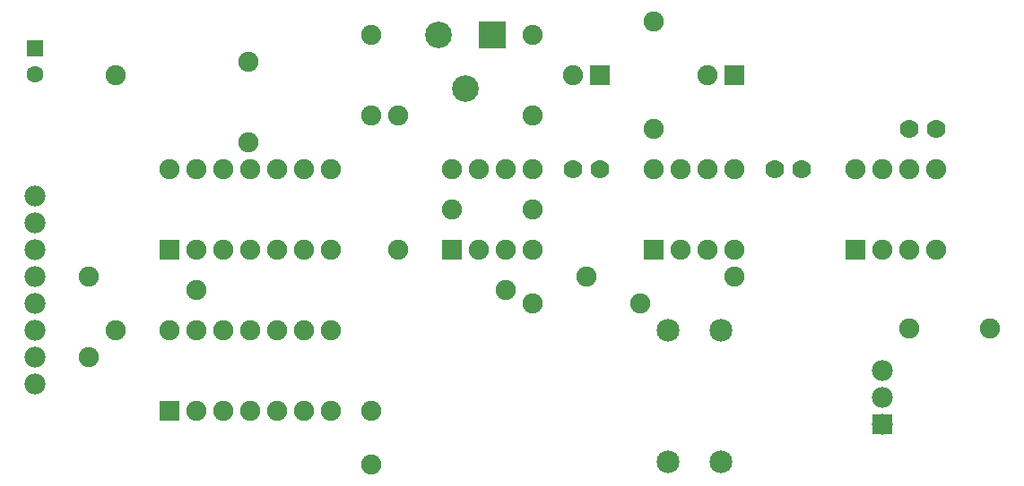
<source format=gtl>
G04 MADE WITH FRITZING*
G04 WWW.FRITZING.ORG*
G04 DOUBLE SIDED*
G04 HOLES PLATED*
G04 CONTOUR ON CENTER OF CONTOUR VECTOR*
%ASAXBY*%
%FSLAX23Y23*%
%MOIN*%
%OFA0B0*%
%SFA1.0B1.0*%
%ADD10C,0.099000*%
%ADD11C,0.075000*%
%ADD12C,0.062992*%
%ADD13C,0.085000*%
%ADD14C,0.078000*%
%ADD15C,0.070000*%
%ADD16R,0.099000X0.099000*%
%ADD17R,0.075000X0.075000*%
%ADD18R,0.062992X0.062992*%
%ADD19R,0.078000X0.078000*%
%LNCOPPER1*%
G90*
G70*
G54D10*
X2091Y2105D03*
X2291Y2105D03*
X2191Y1905D03*
G54D11*
X1091Y705D03*
X1091Y1005D03*
X1191Y705D03*
X1191Y1005D03*
X1291Y705D03*
X1291Y1005D03*
X1391Y705D03*
X1391Y1005D03*
X1491Y705D03*
X1491Y1005D03*
X1591Y705D03*
X1591Y1005D03*
X1691Y705D03*
X1691Y1005D03*
X1091Y1305D03*
X1091Y1605D03*
X1191Y1305D03*
X1191Y1605D03*
X1291Y1305D03*
X1291Y1605D03*
X1391Y1305D03*
X1391Y1605D03*
X1491Y1305D03*
X1491Y1605D03*
X1591Y1305D03*
X1591Y1605D03*
X1691Y1305D03*
X1691Y1605D03*
X1191Y1155D03*
X2341Y1155D03*
X2641Y1205D03*
X3191Y1205D03*
X1941Y1305D03*
X1941Y1805D03*
X1841Y505D03*
X1841Y705D03*
G54D12*
X591Y2055D03*
X591Y1957D03*
G54D11*
X1386Y1705D03*
X1386Y2005D03*
X891Y1005D03*
X891Y1955D03*
G54D13*
X2945Y513D03*
X3141Y513D03*
X3141Y1005D03*
X2945Y1005D03*
X2945Y513D03*
X3141Y513D03*
X3141Y1005D03*
X2945Y1005D03*
G54D14*
X591Y1505D03*
X591Y1405D03*
X591Y1305D03*
X591Y1205D03*
X591Y1105D03*
X591Y1005D03*
X591Y905D03*
X591Y805D03*
G54D11*
X3641Y1305D03*
X3641Y1605D03*
X3741Y1305D03*
X3741Y1605D03*
X3841Y1305D03*
X3841Y1605D03*
X3941Y1305D03*
X3941Y1605D03*
X2891Y1305D03*
X2891Y1605D03*
X2991Y1305D03*
X2991Y1605D03*
X3091Y1305D03*
X3091Y1605D03*
X3191Y1305D03*
X3191Y1605D03*
X2141Y1305D03*
X2141Y1605D03*
X2241Y1305D03*
X2241Y1605D03*
X2341Y1305D03*
X2341Y1605D03*
X2441Y1305D03*
X2441Y1605D03*
G54D15*
X3841Y1755D03*
X3941Y1755D03*
X3442Y1605D03*
X3341Y1605D03*
X2692Y1605D03*
X2591Y1605D03*
G54D11*
X2891Y2155D03*
X2891Y1755D03*
X2441Y1105D03*
X2841Y1105D03*
X2441Y2105D03*
X2441Y1805D03*
X1841Y2105D03*
X1841Y1805D03*
X3191Y1955D03*
X3091Y1955D03*
X2691Y1955D03*
X2591Y1955D03*
X3841Y1010D03*
X4141Y1010D03*
G54D14*
X3741Y655D03*
X3741Y755D03*
X3741Y855D03*
G54D11*
X2141Y1455D03*
X2441Y1455D03*
X791Y905D03*
X791Y1205D03*
G54D16*
X2291Y2105D03*
G54D17*
X1091Y705D03*
X1091Y1305D03*
G54D18*
X591Y2055D03*
G54D17*
X3641Y1305D03*
X2891Y1305D03*
X2141Y1305D03*
X3191Y1955D03*
X2691Y1955D03*
G54D19*
X3741Y655D03*
G04 End of Copper1*
M02*
</source>
